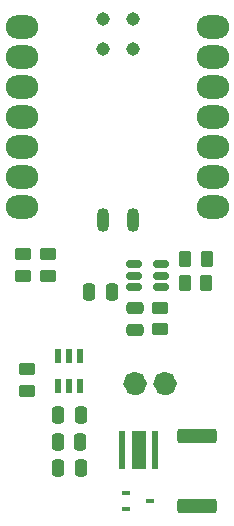
<source format=gbr>
%TF.GenerationSoftware,KiCad,Pcbnew,(6.0.7-1)-1*%
%TF.CreationDate,2022-10-13T21:49:40+11:00*%
%TF.ProjectId,open_jip,6f70656e-5f6a-4697-902e-6b696361645f,rev?*%
%TF.SameCoordinates,Original*%
%TF.FileFunction,Soldermask,Top*%
%TF.FilePolarity,Negative*%
%FSLAX46Y46*%
G04 Gerber Fmt 4.6, Leading zero omitted, Abs format (unit mm)*
G04 Created by KiCad (PCBNEW (6.0.7-1)-1) date 2022-10-13 21:49:40*
%MOMM*%
%LPD*%
G01*
G04 APERTURE LIST*
G04 Aperture macros list*
%AMRoundRect*
0 Rectangle with rounded corners*
0 $1 Rounding radius*
0 $2 $3 $4 $5 $6 $7 $8 $9 X,Y pos of 4 corners*
0 Add a 4 corners polygon primitive as box body*
4,1,4,$2,$3,$4,$5,$6,$7,$8,$9,$2,$3,0*
0 Add four circle primitives for the rounded corners*
1,1,$1+$1,$2,$3*
1,1,$1+$1,$4,$5*
1,1,$1+$1,$6,$7*
1,1,$1+$1,$8,$9*
0 Add four rect primitives between the rounded corners*
20,1,$1+$1,$2,$3,$4,$5,0*
20,1,$1+$1,$4,$5,$6,$7,0*
20,1,$1+$1,$6,$7,$8,$9,0*
20,1,$1+$1,$8,$9,$2,$3,0*%
G04 Aperture macros list end*
%ADD10C,1.000000*%
%ADD11RoundRect,0.250000X0.250000X0.475000X-0.250000X0.475000X-0.250000X-0.475000X0.250000X-0.475000X0*%
%ADD12RoundRect,0.150000X0.512500X0.150000X-0.512500X0.150000X-0.512500X-0.150000X0.512500X-0.150000X0*%
%ADD13R,1.300000X3.300000*%
%ADD14R,0.500000X3.300000*%
%ADD15O,2.748280X1.998980*%
%ADD16O,1.016000X2.032000*%
%ADD17C,1.143000*%
%ADD18RoundRect,0.040600X0.249400X-0.564400X0.249400X0.564400X-0.249400X0.564400X-0.249400X-0.564400X0*%
%ADD19RoundRect,0.250000X0.450000X-0.262500X0.450000X0.262500X-0.450000X0.262500X-0.450000X-0.262500X0*%
%ADD20RoundRect,0.250000X-0.250000X-0.475000X0.250000X-0.475000X0.250000X0.475000X-0.250000X0.475000X0*%
%ADD21R,0.700000X0.450000*%
%ADD22RoundRect,0.250000X-1.425000X0.362500X-1.425000X-0.362500X1.425000X-0.362500X1.425000X0.362500X0*%
%ADD23RoundRect,0.250000X0.475000X-0.250000X0.475000X0.250000X-0.475000X0.250000X-0.475000X-0.250000X0*%
%ADD24RoundRect,0.250000X-0.262500X-0.450000X0.262500X-0.450000X0.262500X0.450000X-0.262500X0.450000X0*%
G04 APERTURE END LIST*
D10*
%TO.C,D2*%
X110200000Y-103100000D02*
G75*
G03*
X110200000Y-103100000I-500000J0D01*
G01*
X107660000Y-103100000D02*
G75*
G03*
X107660000Y-103100000I-500000J0D01*
G01*
%TD*%
D11*
%TO.C,C2*%
X100610000Y-108030000D03*
X102510000Y-108030000D03*
%TD*%
D12*
%TO.C,U3*%
X109327500Y-94910000D03*
X109327500Y-93960000D03*
X109327500Y-93010000D03*
X107052500Y-93010000D03*
X107052500Y-93960000D03*
X107052500Y-94910000D03*
%TD*%
D13*
%TO.C,D1*%
X107487500Y-108680000D03*
D14*
X108887500Y-108680000D03*
X106087500Y-108680000D03*
%TD*%
D15*
%TO.C,U2*%
X97571120Y-72939800D03*
X97571120Y-75479800D03*
X97571120Y-78019800D03*
X97571120Y-80559800D03*
X97571120Y-83099800D03*
X97571120Y-85639800D03*
X97571120Y-88179800D03*
X113735680Y-88179800D03*
X113735680Y-85639800D03*
X113735680Y-83099800D03*
X113735680Y-80559800D03*
X113735680Y-78019800D03*
X113735680Y-75479800D03*
X113735680Y-72939800D03*
D16*
X104438000Y-89257620D03*
X106988000Y-89257620D03*
D17*
X104436803Y-72253433D03*
X106976803Y-72253433D03*
X104436803Y-74793433D03*
X106976803Y-74793433D03*
%TD*%
D18*
%TO.C,U1*%
X100630000Y-100765000D03*
X101580000Y-100765000D03*
X102530000Y-100765000D03*
X102530000Y-103275000D03*
X101580000Y-103275000D03*
X100630000Y-103275000D03*
%TD*%
D19*
%TO.C,R2*%
X99800000Y-93975000D03*
X99800000Y-92150000D03*
%TD*%
D20*
%TO.C,C5*%
X103290000Y-95360000D03*
X105190000Y-95360000D03*
%TD*%
D21*
%TO.C,Q1*%
X108420000Y-113040000D03*
X106420000Y-113690000D03*
X106420000Y-112390000D03*
%TD*%
D22*
%TO.C,R4*%
X112420000Y-113482500D03*
X112420000Y-107557500D03*
%TD*%
D19*
%TO.C,R7*%
X109290000Y-96689000D03*
X109290000Y-98514000D03*
%TD*%
%TO.C,R3*%
X98000000Y-101887500D03*
X98000000Y-103712500D03*
%TD*%
D11*
%TO.C,C3*%
X100660000Y-110230000D03*
X102560000Y-110230000D03*
%TD*%
%TO.C,C1*%
X100660000Y-105730000D03*
X102560000Y-105730000D03*
%TD*%
D19*
%TO.C,R1*%
X97700000Y-93950000D03*
X97700000Y-92125000D03*
%TD*%
D23*
%TO.C,C4*%
X107140000Y-98560000D03*
X107140000Y-96660000D03*
%TD*%
D24*
%TO.C,R6*%
X111375000Y-94600000D03*
X113200000Y-94600000D03*
%TD*%
%TO.C,R5*%
X111415000Y-92520000D03*
X113240000Y-92520000D03*
%TD*%
M02*

</source>
